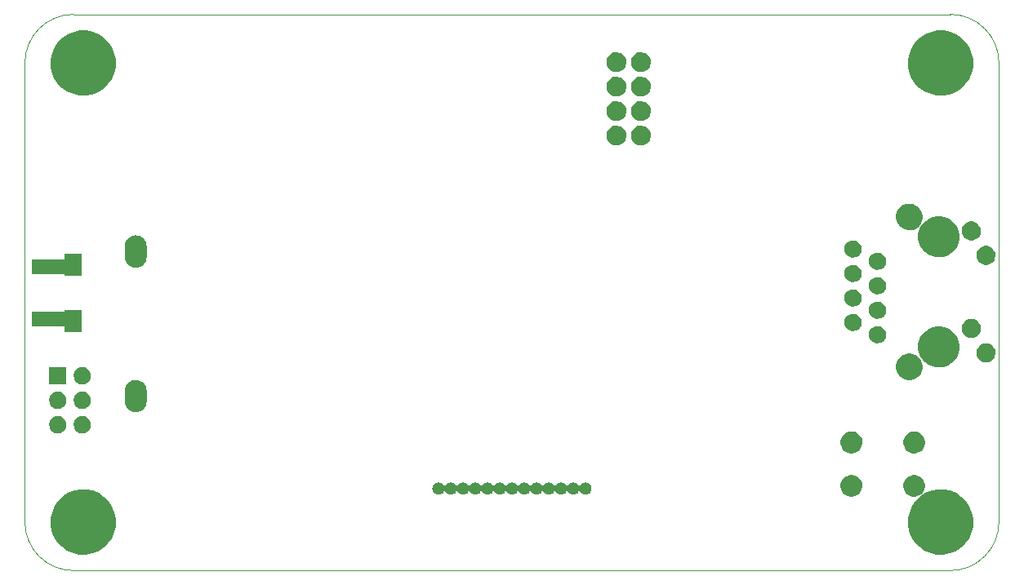
<source format=gbs>
G04 #@! TF.FileFunction,Soldermask,Bot*
%FSLAX46Y46*%
G04 Gerber Fmt 4.6, Leading zero omitted, Abs format (unit mm)*
G04 Created by KiCad (PCBNEW (2015-01-16 BZR 5376)-product) date 17/05/2015 14:23:26*
%MOMM*%
G01*
G04 APERTURE LIST*
%ADD10C,0.150000*%
%ADD11C,0.100000*%
G04 APERTURE END LIST*
D10*
D11*
X89249784Y-123120874D02*
X89249784Y-75495874D01*
X89249784Y-123120874D02*
G75*
G03X94298222Y-128169312I5048438J0D01*
G01*
X185201346Y-128169312D02*
X94298222Y-128169312D01*
X185201346Y-128169312D02*
G75*
G03X190249784Y-123120874I0J5048438D01*
G01*
X190249784Y-75495874D02*
X190249784Y-123120874D01*
X190249784Y-75495874D02*
G75*
G03X185201346Y-70447436I-5048438J0D01*
G01*
X94298222Y-70447436D02*
X185201346Y-70447436D01*
X94298222Y-70447436D02*
G75*
G03X89249784Y-75495874I0J-5048438D01*
G01*
D10*
G36*
X93550940Y-108841740D02*
X91766940Y-108841740D01*
X91766940Y-107057740D01*
X93550940Y-107057740D01*
X93550940Y-108841740D01*
X93550940Y-108841740D01*
G37*
G36*
X93550978Y-110402275D02*
X93548188Y-110602078D01*
X93548112Y-110602411D01*
X93548112Y-110602424D01*
X93509436Y-110772660D01*
X93438283Y-110932471D01*
X93337452Y-111075410D01*
X93210765Y-111196051D01*
X93063071Y-111289780D01*
X92899977Y-111353041D01*
X92727707Y-111383416D01*
X92552815Y-111379753D01*
X92381960Y-111342188D01*
X92221666Y-111272157D01*
X92078016Y-111172318D01*
X91956502Y-111046486D01*
X91861740Y-110899446D01*
X91797344Y-110736801D01*
X91765765Y-110564739D01*
X91768208Y-110389827D01*
X91804577Y-110218722D01*
X91873491Y-110057935D01*
X91972321Y-109913598D01*
X92097305Y-109791203D01*
X92243679Y-109695419D01*
X92405872Y-109629889D01*
X92577701Y-109597111D01*
X92752630Y-109598332D01*
X92923990Y-109633508D01*
X93085249Y-109701295D01*
X93230274Y-109799115D01*
X93353538Y-109923243D01*
X93450344Y-110068947D01*
X93517001Y-110230672D01*
X93517001Y-110230676D01*
X93550912Y-110401931D01*
X93550911Y-110401940D01*
X93550978Y-110402275D01*
X93550978Y-110402275D01*
G37*
G36*
X93550978Y-112942275D02*
X93548188Y-113142078D01*
X93548112Y-113142411D01*
X93548112Y-113142424D01*
X93509436Y-113312660D01*
X93438283Y-113472471D01*
X93337452Y-113615410D01*
X93210765Y-113736051D01*
X93063071Y-113829780D01*
X92899977Y-113893041D01*
X92727707Y-113923416D01*
X92552815Y-113919753D01*
X92381960Y-113882188D01*
X92221666Y-113812157D01*
X92078016Y-113712318D01*
X91956502Y-113586486D01*
X91861740Y-113439446D01*
X91797344Y-113276801D01*
X91765765Y-113104739D01*
X91768208Y-112929827D01*
X91804577Y-112758722D01*
X91873491Y-112597935D01*
X91972321Y-112453598D01*
X92097305Y-112331203D01*
X92243679Y-112235419D01*
X92405872Y-112169889D01*
X92577701Y-112137111D01*
X92752630Y-112138332D01*
X92923990Y-112173508D01*
X93085249Y-112241295D01*
X93230274Y-112339115D01*
X93353538Y-112463243D01*
X93450344Y-112608947D01*
X93517001Y-112770672D01*
X93517001Y-112770676D01*
X93550912Y-112941931D01*
X93550911Y-112941940D01*
X93550978Y-112942275D01*
X93550978Y-112942275D01*
G37*
G36*
X95118670Y-97579560D02*
X93398670Y-97579560D01*
X93398670Y-97454560D01*
X93394729Y-97435103D01*
X93383526Y-97418713D01*
X93366829Y-97407974D01*
X93348670Y-97404560D01*
X89998670Y-97404560D01*
X89998670Y-95844560D01*
X93348670Y-95844560D01*
X93368127Y-95840619D01*
X93384517Y-95829416D01*
X93395256Y-95812719D01*
X93398670Y-95794560D01*
X93398670Y-95319560D01*
X95118670Y-95319560D01*
X95118670Y-97579560D01*
X95118670Y-97579560D01*
G37*
G36*
X95118670Y-103379560D02*
X93398670Y-103379560D01*
X93398670Y-102904560D01*
X93394729Y-102885103D01*
X93383526Y-102868713D01*
X93366829Y-102857974D01*
X93348670Y-102854560D01*
X89998670Y-102854560D01*
X89998670Y-101294560D01*
X93348670Y-101294560D01*
X93368127Y-101290619D01*
X93384517Y-101279416D01*
X93395256Y-101262719D01*
X93398670Y-101244560D01*
X93398670Y-101119560D01*
X95118670Y-101119560D01*
X95118670Y-103379560D01*
X95118670Y-103379560D01*
G37*
G36*
X96090978Y-107862275D02*
X96088188Y-108062078D01*
X96088112Y-108062411D01*
X96088112Y-108062424D01*
X96049436Y-108232660D01*
X95978283Y-108392471D01*
X95877452Y-108535410D01*
X95750765Y-108656051D01*
X95603071Y-108749780D01*
X95439977Y-108813041D01*
X95267707Y-108843416D01*
X95092815Y-108839753D01*
X94921960Y-108802188D01*
X94761666Y-108732157D01*
X94618016Y-108632318D01*
X94496502Y-108506486D01*
X94401740Y-108359446D01*
X94337344Y-108196801D01*
X94305765Y-108024739D01*
X94308208Y-107849827D01*
X94344577Y-107678722D01*
X94413491Y-107517935D01*
X94512321Y-107373598D01*
X94637305Y-107251203D01*
X94783679Y-107155419D01*
X94945872Y-107089889D01*
X95117701Y-107057111D01*
X95292630Y-107058332D01*
X95463990Y-107093508D01*
X95625249Y-107161295D01*
X95770274Y-107259115D01*
X95893538Y-107383243D01*
X95990344Y-107528947D01*
X96057001Y-107690672D01*
X96057001Y-107690676D01*
X96090912Y-107861931D01*
X96090911Y-107861940D01*
X96090978Y-107862275D01*
X96090978Y-107862275D01*
G37*
G36*
X96090978Y-110402275D02*
X96088188Y-110602078D01*
X96088112Y-110602411D01*
X96088112Y-110602424D01*
X96049436Y-110772660D01*
X95978283Y-110932471D01*
X95877452Y-111075410D01*
X95750765Y-111196051D01*
X95603071Y-111289780D01*
X95439977Y-111353041D01*
X95267707Y-111383416D01*
X95092815Y-111379753D01*
X94921960Y-111342188D01*
X94761666Y-111272157D01*
X94618016Y-111172318D01*
X94496502Y-111046486D01*
X94401740Y-110899446D01*
X94337344Y-110736801D01*
X94305765Y-110564739D01*
X94308208Y-110389827D01*
X94344577Y-110218722D01*
X94413491Y-110057935D01*
X94512321Y-109913598D01*
X94637305Y-109791203D01*
X94783679Y-109695419D01*
X94945872Y-109629889D01*
X95117701Y-109597111D01*
X95292630Y-109598332D01*
X95463990Y-109633508D01*
X95625249Y-109701295D01*
X95770274Y-109799115D01*
X95893538Y-109923243D01*
X95990344Y-110068947D01*
X96057001Y-110230672D01*
X96057001Y-110230676D01*
X96090912Y-110401931D01*
X96090911Y-110401940D01*
X96090978Y-110402275D01*
X96090978Y-110402275D01*
G37*
G36*
X96090978Y-112942275D02*
X96088188Y-113142078D01*
X96088112Y-113142411D01*
X96088112Y-113142424D01*
X96049436Y-113312660D01*
X95978283Y-113472471D01*
X95877452Y-113615410D01*
X95750765Y-113736051D01*
X95603071Y-113829780D01*
X95439977Y-113893041D01*
X95267707Y-113923416D01*
X95092815Y-113919753D01*
X94921960Y-113882188D01*
X94761666Y-113812157D01*
X94618016Y-113712318D01*
X94496502Y-113586486D01*
X94401740Y-113439446D01*
X94337344Y-113276801D01*
X94305765Y-113104739D01*
X94308208Y-112929827D01*
X94344577Y-112758722D01*
X94413491Y-112597935D01*
X94512321Y-112453598D01*
X94637305Y-112331203D01*
X94783679Y-112235419D01*
X94945872Y-112169889D01*
X95117701Y-112137111D01*
X95292630Y-112138332D01*
X95463990Y-112173508D01*
X95625249Y-112241295D01*
X95770274Y-112339115D01*
X95893538Y-112463243D01*
X95990344Y-112608947D01*
X96057001Y-112770672D01*
X96057001Y-112770676D01*
X96090912Y-112941931D01*
X96090911Y-112941940D01*
X96090978Y-112942275D01*
X96090978Y-112942275D01*
G37*
G36*
X98680153Y-75166092D02*
X98669581Y-75923194D01*
X98669505Y-75923527D01*
X98669505Y-75923540D01*
X98522730Y-76569573D01*
X98253123Y-77175120D01*
X97871034Y-77716766D01*
X97391010Y-78173886D01*
X96831350Y-78529057D01*
X96213355Y-78768762D01*
X95560575Y-78883864D01*
X94897868Y-78869983D01*
X94250472Y-78727644D01*
X93643063Y-78462273D01*
X93098763Y-78083974D01*
X92638304Y-77607155D01*
X92279234Y-77049988D01*
X92035221Y-76433683D01*
X91915563Y-75781715D01*
X91924818Y-75118929D01*
X92062632Y-74470564D01*
X92323759Y-73861311D01*
X92698248Y-73314383D01*
X93171840Y-72850607D01*
X93726490Y-72487654D01*
X94341076Y-72239345D01*
X94992184Y-72115140D01*
X95655023Y-72119768D01*
X96304339Y-72253053D01*
X96915395Y-72509918D01*
X97464926Y-72880580D01*
X97931997Y-73350923D01*
X98298814Y-73903026D01*
X98551406Y-74515861D01*
X98680087Y-75165748D01*
X98680086Y-75165757D01*
X98680153Y-75166092D01*
X98680153Y-75166092D01*
G37*
G36*
X98680153Y-122791092D02*
X98669581Y-123548194D01*
X98669505Y-123548527D01*
X98669505Y-123548540D01*
X98522730Y-124194573D01*
X98253123Y-124800120D01*
X97871034Y-125341766D01*
X97391010Y-125798886D01*
X96831350Y-126154057D01*
X96213355Y-126393762D01*
X95560575Y-126508864D01*
X94897868Y-126494983D01*
X94250472Y-126352644D01*
X93643063Y-126087273D01*
X93098763Y-125708974D01*
X92638304Y-125232155D01*
X92279234Y-124674988D01*
X92035221Y-124058683D01*
X91915563Y-123406715D01*
X91924818Y-122743929D01*
X92062632Y-122095564D01*
X92323759Y-121486311D01*
X92698248Y-120939383D01*
X93171840Y-120475607D01*
X93726490Y-120112654D01*
X94341076Y-119864345D01*
X94992184Y-119740140D01*
X95655023Y-119744768D01*
X96304339Y-119878053D01*
X96915395Y-120134918D01*
X97464926Y-120505580D01*
X97931997Y-120975923D01*
X98298814Y-121528026D01*
X98551406Y-122140861D01*
X98680087Y-122790748D01*
X98680086Y-122790757D01*
X98680153Y-122791092D01*
X98680153Y-122791092D01*
G37*
G36*
X101880000Y-95618165D02*
X101879932Y-95627844D01*
X101879904Y-95631883D01*
X101879890Y-95633906D01*
X101855307Y-95853069D01*
X101788623Y-96063283D01*
X101682378Y-96256542D01*
X101540620Y-96425483D01*
X101368746Y-96563673D01*
X101173305Y-96665847D01*
X100961741Y-96728114D01*
X100961702Y-96728117D01*
X100961694Y-96728120D01*
X100742113Y-96748104D01*
X100522831Y-96725057D01*
X100522817Y-96725052D01*
X100522782Y-96725049D01*
X100312107Y-96659834D01*
X100118112Y-96554941D01*
X99948185Y-96414366D01*
X99808799Y-96243461D01*
X99705263Y-96048739D01*
X99641521Y-95837614D01*
X99620000Y-95618129D01*
X99620000Y-95615930D01*
X99620000Y-94501871D01*
X99620000Y-94501835D01*
X99620067Y-94492155D01*
X99620110Y-94486094D01*
X99644693Y-94266931D01*
X99711377Y-94056717D01*
X99817622Y-93863458D01*
X99959380Y-93694517D01*
X100131254Y-93556327D01*
X100326695Y-93454153D01*
X100538259Y-93391886D01*
X100538297Y-93391882D01*
X100538306Y-93391880D01*
X100757887Y-93371896D01*
X100977169Y-93394943D01*
X100977182Y-93394947D01*
X100977218Y-93394951D01*
X101187893Y-93460166D01*
X101381888Y-93565059D01*
X101551815Y-93705634D01*
X101691201Y-93876539D01*
X101794737Y-94071261D01*
X101858479Y-94282386D01*
X101880000Y-94501871D01*
X101880000Y-94504070D01*
X101880000Y-95618129D01*
X101880000Y-95618165D01*
X101880000Y-95618165D01*
G37*
G36*
X101880000Y-110618165D02*
X101879932Y-110627844D01*
X101879904Y-110631883D01*
X101879890Y-110633906D01*
X101855307Y-110853069D01*
X101788623Y-111063283D01*
X101682378Y-111256542D01*
X101540620Y-111425483D01*
X101368746Y-111563673D01*
X101173305Y-111665847D01*
X100961741Y-111728114D01*
X100961702Y-111728117D01*
X100961694Y-111728120D01*
X100742113Y-111748104D01*
X100522831Y-111725057D01*
X100522817Y-111725052D01*
X100522782Y-111725049D01*
X100312107Y-111659834D01*
X100118112Y-111554941D01*
X99948185Y-111414366D01*
X99808799Y-111243461D01*
X99705263Y-111048739D01*
X99641521Y-110837614D01*
X99620000Y-110618129D01*
X99620000Y-110615930D01*
X99620000Y-109501871D01*
X99620000Y-109501835D01*
X99620067Y-109492155D01*
X99620110Y-109486094D01*
X99644693Y-109266931D01*
X99711377Y-109056717D01*
X99817622Y-108863458D01*
X99959380Y-108694517D01*
X100131254Y-108556327D01*
X100326695Y-108454153D01*
X100538259Y-108391886D01*
X100538297Y-108391882D01*
X100538306Y-108391880D01*
X100757887Y-108371896D01*
X100977169Y-108394943D01*
X100977182Y-108394947D01*
X100977218Y-108394951D01*
X101187893Y-108460166D01*
X101381888Y-108565059D01*
X101551815Y-108705634D01*
X101691201Y-108876539D01*
X101794737Y-109071261D01*
X101858479Y-109282386D01*
X101880000Y-109501871D01*
X101880000Y-109504070D01*
X101880000Y-110618129D01*
X101880000Y-110618165D01*
X101880000Y-110618165D01*
G37*
G36*
X148000027Y-119598225D02*
X147998056Y-119739342D01*
X147997980Y-119739675D01*
X147997980Y-119739687D01*
X147970686Y-119859821D01*
X147920434Y-119972690D01*
X147849217Y-120073647D01*
X147759741Y-120158853D01*
X147655429Y-120225051D01*
X147540239Y-120269731D01*
X147418569Y-120291184D01*
X147295047Y-120288597D01*
X147174373Y-120262065D01*
X147061164Y-120212606D01*
X146959705Y-120142090D01*
X146873881Y-120053216D01*
X146806957Y-119949370D01*
X146781955Y-119886224D01*
X146771127Y-119869584D01*
X146754678Y-119858469D01*
X146735199Y-119854632D01*
X146715763Y-119858677D01*
X146699433Y-119869966D01*
X146689788Y-119884295D01*
X146650433Y-119972692D01*
X146579217Y-120073647D01*
X146489741Y-120158853D01*
X146385429Y-120225051D01*
X146270239Y-120269731D01*
X146148569Y-120291184D01*
X146025047Y-120288597D01*
X145904373Y-120262065D01*
X145791164Y-120212606D01*
X145689705Y-120142090D01*
X145603881Y-120053216D01*
X145536957Y-119949370D01*
X145511955Y-119886224D01*
X145501127Y-119869584D01*
X145484678Y-119858469D01*
X145465199Y-119854632D01*
X145445763Y-119858677D01*
X145429433Y-119869966D01*
X145419788Y-119884295D01*
X145380433Y-119972692D01*
X145309217Y-120073647D01*
X145219741Y-120158853D01*
X145115429Y-120225051D01*
X145000239Y-120269731D01*
X144878569Y-120291184D01*
X144755047Y-120288597D01*
X144634373Y-120262065D01*
X144521164Y-120212606D01*
X144419705Y-120142090D01*
X144333881Y-120053216D01*
X144266957Y-119949370D01*
X144241955Y-119886224D01*
X144231127Y-119869584D01*
X144214678Y-119858469D01*
X144195199Y-119854632D01*
X144175763Y-119858677D01*
X144159433Y-119869966D01*
X144149788Y-119884295D01*
X144110433Y-119972692D01*
X144039217Y-120073647D01*
X143949741Y-120158853D01*
X143845429Y-120225051D01*
X143730239Y-120269731D01*
X143608569Y-120291184D01*
X143485047Y-120288597D01*
X143364373Y-120262065D01*
X143251164Y-120212606D01*
X143149705Y-120142090D01*
X143063881Y-120053216D01*
X142996957Y-119949370D01*
X142971955Y-119886224D01*
X142961127Y-119869584D01*
X142944678Y-119858469D01*
X142925199Y-119854632D01*
X142905763Y-119858677D01*
X142889433Y-119869966D01*
X142879788Y-119884295D01*
X142840433Y-119972692D01*
X142769217Y-120073647D01*
X142679741Y-120158853D01*
X142575429Y-120225051D01*
X142460239Y-120269731D01*
X142338569Y-120291184D01*
X142215047Y-120288597D01*
X142094373Y-120262065D01*
X141981164Y-120212606D01*
X141879705Y-120142090D01*
X141793881Y-120053216D01*
X141726957Y-119949370D01*
X141701955Y-119886224D01*
X141691127Y-119869584D01*
X141674678Y-119858469D01*
X141655199Y-119854632D01*
X141635763Y-119858677D01*
X141619433Y-119869966D01*
X141609788Y-119884295D01*
X141570433Y-119972692D01*
X141499217Y-120073647D01*
X141409741Y-120158853D01*
X141305429Y-120225051D01*
X141190239Y-120269731D01*
X141068569Y-120291184D01*
X140945047Y-120288597D01*
X140824373Y-120262065D01*
X140711164Y-120212606D01*
X140609705Y-120142090D01*
X140523881Y-120053216D01*
X140456957Y-119949370D01*
X140431955Y-119886224D01*
X140421127Y-119869584D01*
X140404678Y-119858469D01*
X140385199Y-119854632D01*
X140365763Y-119858677D01*
X140349433Y-119869966D01*
X140339788Y-119884295D01*
X140300433Y-119972692D01*
X140229217Y-120073647D01*
X140139741Y-120158853D01*
X140035429Y-120225051D01*
X139920239Y-120269731D01*
X139798569Y-120291184D01*
X139675047Y-120288597D01*
X139554373Y-120262065D01*
X139441164Y-120212606D01*
X139339705Y-120142090D01*
X139253881Y-120053216D01*
X139186957Y-119949370D01*
X139161955Y-119886224D01*
X139151127Y-119869584D01*
X139134678Y-119858469D01*
X139115199Y-119854632D01*
X139095763Y-119858677D01*
X139079433Y-119869966D01*
X139069788Y-119884295D01*
X139030433Y-119972692D01*
X138959217Y-120073647D01*
X138869741Y-120158853D01*
X138765429Y-120225051D01*
X138650239Y-120269731D01*
X138528569Y-120291184D01*
X138405047Y-120288597D01*
X138284373Y-120262065D01*
X138171164Y-120212606D01*
X138069705Y-120142090D01*
X137983881Y-120053216D01*
X137916957Y-119949370D01*
X137891955Y-119886224D01*
X137881127Y-119869584D01*
X137864678Y-119858469D01*
X137845199Y-119854632D01*
X137825763Y-119858677D01*
X137809433Y-119869966D01*
X137799788Y-119884295D01*
X137760433Y-119972692D01*
X137689217Y-120073647D01*
X137599741Y-120158853D01*
X137495429Y-120225051D01*
X137380239Y-120269731D01*
X137258569Y-120291184D01*
X137135047Y-120288597D01*
X137014373Y-120262065D01*
X136901164Y-120212606D01*
X136799705Y-120142090D01*
X136713881Y-120053216D01*
X136646957Y-119949370D01*
X136621955Y-119886224D01*
X136611127Y-119869584D01*
X136594678Y-119858469D01*
X136575199Y-119854632D01*
X136555763Y-119858677D01*
X136539433Y-119869966D01*
X136529788Y-119884295D01*
X136490433Y-119972692D01*
X136419217Y-120073647D01*
X136329741Y-120158853D01*
X136225429Y-120225051D01*
X136110239Y-120269731D01*
X135988569Y-120291184D01*
X135865047Y-120288597D01*
X135744373Y-120262065D01*
X135631164Y-120212606D01*
X135529705Y-120142090D01*
X135443881Y-120053216D01*
X135376957Y-119949370D01*
X135351955Y-119886224D01*
X135341127Y-119869584D01*
X135324678Y-119858469D01*
X135305199Y-119854632D01*
X135285763Y-119858677D01*
X135269433Y-119869966D01*
X135259788Y-119884295D01*
X135220433Y-119972692D01*
X135149217Y-120073647D01*
X135059741Y-120158853D01*
X134955429Y-120225051D01*
X134840239Y-120269731D01*
X134718569Y-120291184D01*
X134595047Y-120288597D01*
X134474373Y-120262065D01*
X134361164Y-120212606D01*
X134259705Y-120142090D01*
X134173881Y-120053216D01*
X134106957Y-119949370D01*
X134081955Y-119886224D01*
X134071127Y-119869584D01*
X134054678Y-119858469D01*
X134035199Y-119854632D01*
X134015763Y-119858677D01*
X133999433Y-119869966D01*
X133989788Y-119884295D01*
X133950433Y-119972692D01*
X133879217Y-120073647D01*
X133789741Y-120158853D01*
X133685429Y-120225051D01*
X133570239Y-120269731D01*
X133448569Y-120291184D01*
X133325047Y-120288597D01*
X133204373Y-120262065D01*
X133091164Y-120212606D01*
X132989705Y-120142090D01*
X132903881Y-120053216D01*
X132836957Y-119949370D01*
X132811955Y-119886224D01*
X132801127Y-119869584D01*
X132784678Y-119858469D01*
X132765199Y-119854632D01*
X132745763Y-119858677D01*
X132729433Y-119869966D01*
X132719788Y-119884295D01*
X132680433Y-119972692D01*
X132609217Y-120073647D01*
X132519741Y-120158853D01*
X132415429Y-120225051D01*
X132300239Y-120269731D01*
X132178569Y-120291184D01*
X132055047Y-120288597D01*
X131934373Y-120262065D01*
X131821164Y-120212606D01*
X131719705Y-120142090D01*
X131633881Y-120053216D01*
X131566957Y-119949370D01*
X131521473Y-119834492D01*
X131499169Y-119712969D01*
X131500895Y-119589433D01*
X131526581Y-119468587D01*
X131575254Y-119355026D01*
X131645055Y-119253084D01*
X131733330Y-119166638D01*
X131836710Y-119098988D01*
X131951264Y-119052705D01*
X132072622Y-119029555D01*
X132196171Y-119030418D01*
X132317199Y-119055262D01*
X132431092Y-119103138D01*
X132533523Y-119172228D01*
X132620580Y-119259895D01*
X132688950Y-119362801D01*
X132718614Y-119434771D01*
X132729672Y-119451259D01*
X132746275Y-119462143D01*
X132765805Y-119465709D01*
X132785183Y-119461393D01*
X132801354Y-119449877D01*
X132810798Y-119435416D01*
X132845255Y-119355024D01*
X132915055Y-119253084D01*
X133003330Y-119166638D01*
X133106710Y-119098988D01*
X133221264Y-119052705D01*
X133342622Y-119029555D01*
X133466171Y-119030418D01*
X133587199Y-119055262D01*
X133701092Y-119103138D01*
X133803523Y-119172228D01*
X133890580Y-119259895D01*
X133958950Y-119362801D01*
X133988614Y-119434771D01*
X133999672Y-119451259D01*
X134016275Y-119462143D01*
X134035805Y-119465709D01*
X134055183Y-119461393D01*
X134071354Y-119449877D01*
X134080798Y-119435416D01*
X134115255Y-119355024D01*
X134185055Y-119253084D01*
X134273330Y-119166638D01*
X134376710Y-119098988D01*
X134491264Y-119052705D01*
X134612622Y-119029555D01*
X134736171Y-119030418D01*
X134857199Y-119055262D01*
X134971092Y-119103138D01*
X135073523Y-119172228D01*
X135160580Y-119259895D01*
X135228950Y-119362801D01*
X135258614Y-119434771D01*
X135269672Y-119451259D01*
X135286275Y-119462143D01*
X135305805Y-119465709D01*
X135325183Y-119461393D01*
X135341354Y-119449877D01*
X135350798Y-119435416D01*
X135385255Y-119355024D01*
X135455055Y-119253084D01*
X135543330Y-119166638D01*
X135646710Y-119098988D01*
X135761264Y-119052705D01*
X135882622Y-119029555D01*
X136006171Y-119030418D01*
X136127199Y-119055262D01*
X136241092Y-119103138D01*
X136343523Y-119172228D01*
X136430580Y-119259895D01*
X136498950Y-119362801D01*
X136528614Y-119434771D01*
X136539672Y-119451259D01*
X136556275Y-119462143D01*
X136575805Y-119465709D01*
X136595183Y-119461393D01*
X136611354Y-119449877D01*
X136620798Y-119435416D01*
X136655255Y-119355024D01*
X136725055Y-119253084D01*
X136813330Y-119166638D01*
X136916710Y-119098988D01*
X137031264Y-119052705D01*
X137152622Y-119029555D01*
X137276171Y-119030418D01*
X137397199Y-119055262D01*
X137511092Y-119103138D01*
X137613523Y-119172228D01*
X137700580Y-119259895D01*
X137768950Y-119362801D01*
X137798614Y-119434771D01*
X137809672Y-119451259D01*
X137826275Y-119462143D01*
X137845805Y-119465709D01*
X137865183Y-119461393D01*
X137881354Y-119449877D01*
X137890798Y-119435416D01*
X137925255Y-119355024D01*
X137995055Y-119253084D01*
X138083330Y-119166638D01*
X138186710Y-119098988D01*
X138301264Y-119052705D01*
X138422622Y-119029555D01*
X138546171Y-119030418D01*
X138667199Y-119055262D01*
X138781092Y-119103138D01*
X138883523Y-119172228D01*
X138970580Y-119259895D01*
X139038950Y-119362801D01*
X139068614Y-119434771D01*
X139079672Y-119451259D01*
X139096275Y-119462143D01*
X139115805Y-119465709D01*
X139135183Y-119461393D01*
X139151354Y-119449877D01*
X139160798Y-119435416D01*
X139195255Y-119355024D01*
X139265055Y-119253084D01*
X139353330Y-119166638D01*
X139456710Y-119098988D01*
X139571264Y-119052705D01*
X139692622Y-119029555D01*
X139816171Y-119030418D01*
X139937199Y-119055262D01*
X140051092Y-119103138D01*
X140153523Y-119172228D01*
X140240580Y-119259895D01*
X140308950Y-119362801D01*
X140338614Y-119434771D01*
X140349672Y-119451259D01*
X140366275Y-119462143D01*
X140385805Y-119465709D01*
X140405183Y-119461393D01*
X140421354Y-119449877D01*
X140430798Y-119435416D01*
X140465255Y-119355024D01*
X140535055Y-119253084D01*
X140623330Y-119166638D01*
X140726710Y-119098988D01*
X140841264Y-119052705D01*
X140962622Y-119029555D01*
X141086171Y-119030418D01*
X141207199Y-119055262D01*
X141321092Y-119103138D01*
X141423523Y-119172228D01*
X141510580Y-119259895D01*
X141578950Y-119362801D01*
X141608614Y-119434771D01*
X141619672Y-119451259D01*
X141636275Y-119462143D01*
X141655805Y-119465709D01*
X141675183Y-119461393D01*
X141691354Y-119449877D01*
X141700798Y-119435416D01*
X141735255Y-119355024D01*
X141805055Y-119253084D01*
X141893330Y-119166638D01*
X141996710Y-119098988D01*
X142111264Y-119052705D01*
X142232622Y-119029555D01*
X142356171Y-119030418D01*
X142477199Y-119055262D01*
X142591092Y-119103138D01*
X142693523Y-119172228D01*
X142780580Y-119259895D01*
X142848950Y-119362801D01*
X142878614Y-119434771D01*
X142889672Y-119451259D01*
X142906275Y-119462143D01*
X142925805Y-119465709D01*
X142945183Y-119461393D01*
X142961354Y-119449877D01*
X142970798Y-119435416D01*
X143005255Y-119355024D01*
X143075055Y-119253084D01*
X143163330Y-119166638D01*
X143266710Y-119098988D01*
X143381264Y-119052705D01*
X143502622Y-119029555D01*
X143626171Y-119030418D01*
X143747199Y-119055262D01*
X143861092Y-119103138D01*
X143963523Y-119172228D01*
X144050580Y-119259895D01*
X144118950Y-119362801D01*
X144148614Y-119434771D01*
X144159672Y-119451259D01*
X144176275Y-119462143D01*
X144195805Y-119465709D01*
X144215183Y-119461393D01*
X144231354Y-119449877D01*
X144240798Y-119435416D01*
X144275255Y-119355024D01*
X144345055Y-119253084D01*
X144433330Y-119166638D01*
X144536710Y-119098988D01*
X144651264Y-119052705D01*
X144772622Y-119029555D01*
X144896171Y-119030418D01*
X145017199Y-119055262D01*
X145131092Y-119103138D01*
X145233523Y-119172228D01*
X145320580Y-119259895D01*
X145388950Y-119362801D01*
X145418614Y-119434771D01*
X145429672Y-119451259D01*
X145446275Y-119462143D01*
X145465805Y-119465709D01*
X145485183Y-119461393D01*
X145501354Y-119449877D01*
X145510798Y-119435416D01*
X145545255Y-119355024D01*
X145615055Y-119253084D01*
X145703330Y-119166638D01*
X145806710Y-119098988D01*
X145921264Y-119052705D01*
X146042622Y-119029555D01*
X146166171Y-119030418D01*
X146287199Y-119055262D01*
X146401092Y-119103138D01*
X146503523Y-119172228D01*
X146590580Y-119259895D01*
X146658950Y-119362801D01*
X146688614Y-119434771D01*
X146699672Y-119451259D01*
X146716275Y-119462143D01*
X146735805Y-119465709D01*
X146755183Y-119461393D01*
X146771354Y-119449877D01*
X146780798Y-119435416D01*
X146815255Y-119355024D01*
X146885055Y-119253084D01*
X146973330Y-119166638D01*
X147076710Y-119098988D01*
X147191264Y-119052705D01*
X147312622Y-119029555D01*
X147436171Y-119030418D01*
X147557199Y-119055262D01*
X147671092Y-119103138D01*
X147773523Y-119172228D01*
X147860580Y-119259895D01*
X147928950Y-119362800D01*
X147976031Y-119477026D01*
X147999961Y-119597882D01*
X147999960Y-119597891D01*
X148000027Y-119598225D01*
X148000027Y-119598225D01*
G37*
G36*
X151616484Y-75309003D02*
X151613263Y-75539718D01*
X151613187Y-75540051D01*
X151613187Y-75540064D01*
X151568515Y-75736691D01*
X151486356Y-75921223D01*
X151369921Y-76086280D01*
X151223638Y-76225583D01*
X151053093Y-76333813D01*
X150864768Y-76406861D01*
X150665845Y-76441936D01*
X150463896Y-76437706D01*
X150266608Y-76394329D01*
X150081512Y-76313463D01*
X149915645Y-76198182D01*
X149775326Y-76052878D01*
X149665907Y-75883093D01*
X149591548Y-75695283D01*
X149555083Y-75496602D01*
X149557904Y-75294630D01*
X149599900Y-75097053D01*
X149679475Y-74911391D01*
X149793595Y-74744724D01*
X149937915Y-74603394D01*
X150106935Y-74492791D01*
X150294221Y-74417123D01*
X150492633Y-74379273D01*
X150694625Y-74380684D01*
X150892495Y-74421301D01*
X151078703Y-74499575D01*
X151246167Y-74612531D01*
X151388496Y-74755857D01*
X151500281Y-74924106D01*
X151577251Y-75110852D01*
X151616419Y-75308660D01*
X151616418Y-75308673D01*
X151616484Y-75309003D01*
X151616484Y-75309003D01*
G37*
G36*
X151616484Y-77849003D02*
X151613263Y-78079718D01*
X151613187Y-78080051D01*
X151613187Y-78080064D01*
X151568515Y-78276691D01*
X151486356Y-78461223D01*
X151369921Y-78626280D01*
X151223638Y-78765583D01*
X151053093Y-78873813D01*
X150864768Y-78946861D01*
X150665845Y-78981936D01*
X150463896Y-78977706D01*
X150266608Y-78934329D01*
X150081512Y-78853463D01*
X149915645Y-78738182D01*
X149775326Y-78592878D01*
X149665907Y-78423093D01*
X149591548Y-78235283D01*
X149555083Y-78036602D01*
X149557904Y-77834630D01*
X149599900Y-77637053D01*
X149679475Y-77451391D01*
X149793595Y-77284724D01*
X149937915Y-77143394D01*
X150106935Y-77032791D01*
X150294221Y-76957123D01*
X150492633Y-76919273D01*
X150694625Y-76920684D01*
X150892495Y-76961301D01*
X151078703Y-77039575D01*
X151246167Y-77152531D01*
X151388496Y-77295857D01*
X151500281Y-77464106D01*
X151577251Y-77650852D01*
X151616419Y-77848660D01*
X151616418Y-77848673D01*
X151616484Y-77849003D01*
X151616484Y-77849003D01*
G37*
G36*
X151616484Y-80389003D02*
X151613263Y-80619718D01*
X151613187Y-80620051D01*
X151613187Y-80620064D01*
X151568515Y-80816691D01*
X151486356Y-81001223D01*
X151369921Y-81166280D01*
X151223638Y-81305583D01*
X151053093Y-81413813D01*
X150864768Y-81486861D01*
X150665845Y-81521936D01*
X150463896Y-81517706D01*
X150266608Y-81474329D01*
X150081512Y-81393463D01*
X149915645Y-81278182D01*
X149775326Y-81132878D01*
X149665907Y-80963093D01*
X149591548Y-80775283D01*
X149555083Y-80576602D01*
X149557904Y-80374630D01*
X149599900Y-80177053D01*
X149679475Y-79991391D01*
X149793595Y-79824724D01*
X149937915Y-79683394D01*
X150106935Y-79572791D01*
X150294221Y-79497123D01*
X150492633Y-79459273D01*
X150694625Y-79460684D01*
X150892495Y-79501301D01*
X151078703Y-79579575D01*
X151246167Y-79692531D01*
X151388496Y-79835857D01*
X151500281Y-80004106D01*
X151577251Y-80190852D01*
X151616419Y-80388660D01*
X151616418Y-80388673D01*
X151616484Y-80389003D01*
X151616484Y-80389003D01*
G37*
G36*
X151616484Y-82929003D02*
X151613263Y-83159718D01*
X151613187Y-83160051D01*
X151613187Y-83160064D01*
X151568515Y-83356691D01*
X151486356Y-83541223D01*
X151369921Y-83706280D01*
X151223638Y-83845583D01*
X151053093Y-83953813D01*
X150864768Y-84026861D01*
X150665845Y-84061936D01*
X150463896Y-84057706D01*
X150266608Y-84014329D01*
X150081512Y-83933463D01*
X149915645Y-83818182D01*
X149775326Y-83672878D01*
X149665907Y-83503093D01*
X149591548Y-83315283D01*
X149555083Y-83116602D01*
X149557904Y-82914630D01*
X149599900Y-82717053D01*
X149679475Y-82531391D01*
X149793595Y-82364724D01*
X149937915Y-82223394D01*
X150106935Y-82112791D01*
X150294221Y-82037123D01*
X150492633Y-81999273D01*
X150694625Y-82000684D01*
X150892495Y-82041301D01*
X151078703Y-82119575D01*
X151246167Y-82232531D01*
X151388496Y-82375857D01*
X151500281Y-82544106D01*
X151577251Y-82730852D01*
X151616419Y-82928660D01*
X151616418Y-82928673D01*
X151616484Y-82929003D01*
X151616484Y-82929003D01*
G37*
G36*
X154156484Y-75309003D02*
X154153263Y-75539718D01*
X154153187Y-75540051D01*
X154153187Y-75540064D01*
X154108515Y-75736691D01*
X154026356Y-75921223D01*
X153909921Y-76086280D01*
X153763638Y-76225583D01*
X153593093Y-76333813D01*
X153404768Y-76406861D01*
X153205845Y-76441936D01*
X153003896Y-76437706D01*
X152806608Y-76394329D01*
X152621512Y-76313463D01*
X152455645Y-76198182D01*
X152315326Y-76052878D01*
X152205907Y-75883093D01*
X152131548Y-75695283D01*
X152095083Y-75496602D01*
X152097904Y-75294630D01*
X152139900Y-75097053D01*
X152219475Y-74911391D01*
X152333595Y-74744724D01*
X152477915Y-74603394D01*
X152646935Y-74492791D01*
X152834221Y-74417123D01*
X153032633Y-74379273D01*
X153234625Y-74380684D01*
X153432495Y-74421301D01*
X153618703Y-74499575D01*
X153786167Y-74612531D01*
X153928496Y-74755857D01*
X154040281Y-74924106D01*
X154117251Y-75110852D01*
X154156419Y-75308660D01*
X154156418Y-75308673D01*
X154156484Y-75309003D01*
X154156484Y-75309003D01*
G37*
G36*
X154156484Y-77849003D02*
X154153263Y-78079718D01*
X154153187Y-78080051D01*
X154153187Y-78080064D01*
X154108515Y-78276691D01*
X154026356Y-78461223D01*
X153909921Y-78626280D01*
X153763638Y-78765583D01*
X153593093Y-78873813D01*
X153404768Y-78946861D01*
X153205845Y-78981936D01*
X153003896Y-78977706D01*
X152806608Y-78934329D01*
X152621512Y-78853463D01*
X152455645Y-78738182D01*
X152315326Y-78592878D01*
X152205907Y-78423093D01*
X152131548Y-78235283D01*
X152095083Y-78036602D01*
X152097904Y-77834630D01*
X152139900Y-77637053D01*
X152219475Y-77451391D01*
X152333595Y-77284724D01*
X152477915Y-77143394D01*
X152646935Y-77032791D01*
X152834221Y-76957123D01*
X153032633Y-76919273D01*
X153234625Y-76920684D01*
X153432495Y-76961301D01*
X153618703Y-77039575D01*
X153786167Y-77152531D01*
X153928496Y-77295857D01*
X154040281Y-77464106D01*
X154117251Y-77650852D01*
X154156419Y-77848660D01*
X154156418Y-77848673D01*
X154156484Y-77849003D01*
X154156484Y-77849003D01*
G37*
G36*
X154156484Y-80389003D02*
X154153263Y-80619718D01*
X154153187Y-80620051D01*
X154153187Y-80620064D01*
X154108515Y-80816691D01*
X154026356Y-81001223D01*
X153909921Y-81166280D01*
X153763638Y-81305583D01*
X153593093Y-81413813D01*
X153404768Y-81486861D01*
X153205845Y-81521936D01*
X153003896Y-81517706D01*
X152806608Y-81474329D01*
X152621512Y-81393463D01*
X152455645Y-81278182D01*
X152315326Y-81132878D01*
X152205907Y-80963093D01*
X152131548Y-80775283D01*
X152095083Y-80576602D01*
X152097904Y-80374630D01*
X152139900Y-80177053D01*
X152219475Y-79991391D01*
X152333595Y-79824724D01*
X152477915Y-79683394D01*
X152646935Y-79572791D01*
X152834221Y-79497123D01*
X153032633Y-79459273D01*
X153234625Y-79460684D01*
X153432495Y-79501301D01*
X153618703Y-79579575D01*
X153786167Y-79692531D01*
X153928496Y-79835857D01*
X154040281Y-80004106D01*
X154117251Y-80190852D01*
X154156419Y-80388660D01*
X154156418Y-80388673D01*
X154156484Y-80389003D01*
X154156484Y-80389003D01*
G37*
G36*
X154156484Y-82929003D02*
X154153263Y-83159718D01*
X154153187Y-83160051D01*
X154153187Y-83160064D01*
X154108515Y-83356691D01*
X154026356Y-83541223D01*
X153909921Y-83706280D01*
X153763638Y-83845583D01*
X153593093Y-83953813D01*
X153404768Y-84026861D01*
X153205845Y-84061936D01*
X153003896Y-84057706D01*
X152806608Y-84014329D01*
X152621512Y-83933463D01*
X152455645Y-83818182D01*
X152315326Y-83672878D01*
X152205907Y-83503093D01*
X152131548Y-83315283D01*
X152095083Y-83116602D01*
X152097904Y-82914630D01*
X152139900Y-82717053D01*
X152219475Y-82531391D01*
X152333595Y-82364724D01*
X152477915Y-82223394D01*
X152646935Y-82112791D01*
X152834221Y-82037123D01*
X153032633Y-81999273D01*
X153234625Y-82000684D01*
X153432495Y-82041301D01*
X153618703Y-82119575D01*
X153786167Y-82232531D01*
X153928496Y-82375857D01*
X154040281Y-82544106D01*
X154117251Y-82730852D01*
X154156419Y-82928660D01*
X154156418Y-82928673D01*
X154156484Y-82929003D01*
X154156484Y-82929003D01*
G37*
G36*
X176002038Y-94715495D02*
X175999248Y-94915298D01*
X175999172Y-94915631D01*
X175999172Y-94915644D01*
X175960496Y-95085880D01*
X175889343Y-95245691D01*
X175788512Y-95388630D01*
X175661825Y-95509271D01*
X175514131Y-95603000D01*
X175351037Y-95666261D01*
X175178767Y-95696636D01*
X175003875Y-95692973D01*
X174833020Y-95655408D01*
X174672726Y-95585377D01*
X174529076Y-95485538D01*
X174407562Y-95359706D01*
X174312800Y-95212666D01*
X174248404Y-95050021D01*
X174216825Y-94877959D01*
X174219268Y-94703047D01*
X174255637Y-94531942D01*
X174324551Y-94371155D01*
X174423381Y-94226818D01*
X174548365Y-94104423D01*
X174694739Y-94008639D01*
X174856932Y-93943109D01*
X175028761Y-93910331D01*
X175203690Y-93911552D01*
X175375050Y-93946728D01*
X175536309Y-94014515D01*
X175681334Y-94112335D01*
X175804598Y-94236463D01*
X175901404Y-94382167D01*
X175968061Y-94543892D01*
X175968061Y-94543896D01*
X176001972Y-94715151D01*
X176001971Y-94715160D01*
X176002038Y-94715495D01*
X176002038Y-94715495D01*
G37*
G36*
X176002038Y-97255495D02*
X175999248Y-97455298D01*
X175999172Y-97455631D01*
X175999172Y-97455644D01*
X175960496Y-97625880D01*
X175889343Y-97785691D01*
X175788512Y-97928630D01*
X175661825Y-98049271D01*
X175514131Y-98143000D01*
X175351037Y-98206261D01*
X175178767Y-98236636D01*
X175003875Y-98232973D01*
X174833020Y-98195408D01*
X174672726Y-98125377D01*
X174529076Y-98025538D01*
X174407562Y-97899706D01*
X174312800Y-97752666D01*
X174248404Y-97590021D01*
X174216825Y-97417959D01*
X174219268Y-97243047D01*
X174255637Y-97071942D01*
X174324551Y-96911155D01*
X174423381Y-96766818D01*
X174548365Y-96644423D01*
X174694739Y-96548639D01*
X174856932Y-96483109D01*
X175028761Y-96450331D01*
X175203690Y-96451552D01*
X175375050Y-96486728D01*
X175536309Y-96554515D01*
X175681334Y-96652335D01*
X175804598Y-96776463D01*
X175901404Y-96922167D01*
X175968061Y-97083892D01*
X175968061Y-97083896D01*
X176001972Y-97255151D01*
X176001971Y-97255160D01*
X176002038Y-97255495D01*
X176002038Y-97255495D01*
G37*
G36*
X176002038Y-99795495D02*
X175999248Y-99995298D01*
X175999172Y-99995631D01*
X175999172Y-99995644D01*
X175960496Y-100165880D01*
X175889343Y-100325691D01*
X175788512Y-100468630D01*
X175661825Y-100589271D01*
X175514131Y-100683000D01*
X175351037Y-100746261D01*
X175178767Y-100776636D01*
X175003875Y-100772973D01*
X174833020Y-100735408D01*
X174672726Y-100665377D01*
X174529076Y-100565538D01*
X174407562Y-100439706D01*
X174312800Y-100292666D01*
X174248404Y-100130021D01*
X174216825Y-99957959D01*
X174219268Y-99783047D01*
X174255637Y-99611942D01*
X174324551Y-99451155D01*
X174423381Y-99306818D01*
X174548365Y-99184423D01*
X174694739Y-99088639D01*
X174856932Y-99023109D01*
X175028761Y-98990331D01*
X175203690Y-98991552D01*
X175375050Y-99026728D01*
X175536309Y-99094515D01*
X175681334Y-99192335D01*
X175804598Y-99316463D01*
X175901404Y-99462167D01*
X175968061Y-99623892D01*
X175968061Y-99623896D01*
X176001972Y-99795151D01*
X176001971Y-99795160D01*
X176002038Y-99795495D01*
X176002038Y-99795495D01*
G37*
G36*
X176002038Y-102335495D02*
X175999248Y-102535298D01*
X175999172Y-102535631D01*
X175999172Y-102535644D01*
X175960496Y-102705880D01*
X175889343Y-102865691D01*
X175788512Y-103008630D01*
X175661825Y-103129271D01*
X175514131Y-103223000D01*
X175351037Y-103286261D01*
X175178767Y-103316636D01*
X175003875Y-103312973D01*
X174833020Y-103275408D01*
X174672726Y-103205377D01*
X174529076Y-103105538D01*
X174407562Y-102979706D01*
X174312800Y-102832666D01*
X174248404Y-102670021D01*
X174216825Y-102497959D01*
X174219268Y-102323047D01*
X174255637Y-102151942D01*
X174324551Y-101991155D01*
X174423381Y-101846818D01*
X174548365Y-101724423D01*
X174694739Y-101628639D01*
X174856932Y-101563109D01*
X175028761Y-101530331D01*
X175203690Y-101531552D01*
X175375050Y-101566728D01*
X175536309Y-101634515D01*
X175681334Y-101732335D01*
X175804598Y-101856463D01*
X175901404Y-102002167D01*
X175968061Y-102163892D01*
X175968061Y-102163896D01*
X176001972Y-102335151D01*
X176001971Y-102335160D01*
X176002038Y-102335495D01*
X176002038Y-102335495D01*
G37*
G36*
X176080849Y-114763158D02*
X176077314Y-115016272D01*
X176077238Y-115016605D01*
X176077238Y-115016618D01*
X176028222Y-115232368D01*
X175938086Y-115434816D01*
X175810347Y-115615898D01*
X175649862Y-115768725D01*
X175462759Y-115887464D01*
X175256150Y-115967603D01*
X175037915Y-116006083D01*
X174816358Y-116001443D01*
X174599918Y-115953855D01*
X174396852Y-115865138D01*
X174214877Y-115738662D01*
X174060940Y-115579255D01*
X173940894Y-115392982D01*
X173859316Y-115186940D01*
X173819311Y-114968971D01*
X173822406Y-114747389D01*
X173868479Y-114530630D01*
X173955780Y-114326943D01*
X174080979Y-114144094D01*
X174239312Y-113989043D01*
X174424741Y-113867702D01*
X174630210Y-113784687D01*
X174847886Y-113743163D01*
X175069488Y-113744710D01*
X175286569Y-113789271D01*
X175490855Y-113875145D01*
X175674575Y-113999065D01*
X175830727Y-114156312D01*
X175953363Y-114340892D01*
X176037806Y-114545769D01*
X176037806Y-114545774D01*
X176080783Y-114762814D01*
X176080782Y-114762823D01*
X176080849Y-114763158D01*
X176080849Y-114763158D01*
G37*
G36*
X176080849Y-119263158D02*
X176077314Y-119516272D01*
X176077238Y-119516605D01*
X176077238Y-119516618D01*
X176028222Y-119732368D01*
X175938086Y-119934816D01*
X175810347Y-120115898D01*
X175649862Y-120268725D01*
X175462759Y-120387464D01*
X175256150Y-120467603D01*
X175037915Y-120506083D01*
X174816358Y-120501443D01*
X174599918Y-120453855D01*
X174396852Y-120365138D01*
X174214877Y-120238662D01*
X174060940Y-120079255D01*
X173940894Y-119892982D01*
X173859316Y-119686940D01*
X173819311Y-119468971D01*
X173822406Y-119247389D01*
X173868479Y-119030630D01*
X173955780Y-118826943D01*
X174080979Y-118644094D01*
X174239312Y-118489043D01*
X174424741Y-118367702D01*
X174630210Y-118284687D01*
X174847886Y-118243163D01*
X175069488Y-118244710D01*
X175286569Y-118289271D01*
X175490855Y-118375145D01*
X175674575Y-118499065D01*
X175830727Y-118656312D01*
X175953363Y-118840892D01*
X176037806Y-119045769D01*
X176037806Y-119045774D01*
X176080783Y-119262814D01*
X176080782Y-119262823D01*
X176080849Y-119263158D01*
X176080849Y-119263158D01*
G37*
G36*
X178542038Y-95985495D02*
X178539248Y-96185298D01*
X178539172Y-96185631D01*
X178539172Y-96185644D01*
X178500496Y-96355880D01*
X178429343Y-96515691D01*
X178328512Y-96658630D01*
X178201825Y-96779271D01*
X178054131Y-96873000D01*
X177891037Y-96936261D01*
X177718767Y-96966636D01*
X177543875Y-96962973D01*
X177373020Y-96925408D01*
X177212726Y-96855377D01*
X177069076Y-96755538D01*
X176947562Y-96629706D01*
X176852800Y-96482666D01*
X176788404Y-96320021D01*
X176756825Y-96147959D01*
X176759268Y-95973047D01*
X176795637Y-95801942D01*
X176864551Y-95641155D01*
X176963381Y-95496818D01*
X177088365Y-95374423D01*
X177234739Y-95278639D01*
X177396932Y-95213109D01*
X177568761Y-95180331D01*
X177743690Y-95181552D01*
X177915050Y-95216728D01*
X178076309Y-95284515D01*
X178221334Y-95382335D01*
X178344598Y-95506463D01*
X178441404Y-95652167D01*
X178508061Y-95813892D01*
X178508061Y-95813896D01*
X178541972Y-95985151D01*
X178541971Y-95985160D01*
X178542038Y-95985495D01*
X178542038Y-95985495D01*
G37*
G36*
X178542038Y-98525495D02*
X178539248Y-98725298D01*
X178539172Y-98725631D01*
X178539172Y-98725644D01*
X178500496Y-98895880D01*
X178429343Y-99055691D01*
X178328512Y-99198630D01*
X178201825Y-99319271D01*
X178054131Y-99413000D01*
X177891037Y-99476261D01*
X177718767Y-99506636D01*
X177543875Y-99502973D01*
X177373020Y-99465408D01*
X177212726Y-99395377D01*
X177069076Y-99295538D01*
X176947562Y-99169706D01*
X176852800Y-99022666D01*
X176788404Y-98860021D01*
X176756825Y-98687959D01*
X176759268Y-98513047D01*
X176795637Y-98341942D01*
X176864551Y-98181155D01*
X176963381Y-98036818D01*
X177088365Y-97914423D01*
X177234739Y-97818639D01*
X177396932Y-97753109D01*
X177568761Y-97720331D01*
X177743690Y-97721552D01*
X177915050Y-97756728D01*
X178076309Y-97824515D01*
X178221334Y-97922335D01*
X178344598Y-98046463D01*
X178441404Y-98192167D01*
X178508061Y-98353892D01*
X178508061Y-98353896D01*
X178541972Y-98525151D01*
X178541971Y-98525160D01*
X178542038Y-98525495D01*
X178542038Y-98525495D01*
G37*
G36*
X178542038Y-101065495D02*
X178539248Y-101265298D01*
X178539172Y-101265631D01*
X178539172Y-101265644D01*
X178500496Y-101435880D01*
X178429343Y-101595691D01*
X178328512Y-101738630D01*
X178201825Y-101859271D01*
X178054131Y-101953000D01*
X177891037Y-102016261D01*
X177718767Y-102046636D01*
X177543875Y-102042973D01*
X177373020Y-102005408D01*
X177212726Y-101935377D01*
X177069076Y-101835538D01*
X176947562Y-101709706D01*
X176852800Y-101562666D01*
X176788404Y-101400021D01*
X176756825Y-101227959D01*
X176759268Y-101053047D01*
X176795637Y-100881942D01*
X176864551Y-100721155D01*
X176963381Y-100576818D01*
X177088365Y-100454423D01*
X177234739Y-100358639D01*
X177396932Y-100293109D01*
X177568761Y-100260331D01*
X177743690Y-100261552D01*
X177915050Y-100296728D01*
X178076309Y-100364515D01*
X178221334Y-100462335D01*
X178344598Y-100586463D01*
X178441404Y-100732167D01*
X178508061Y-100893892D01*
X178508061Y-100893896D01*
X178541972Y-101065151D01*
X178541971Y-101065160D01*
X178542038Y-101065495D01*
X178542038Y-101065495D01*
G37*
G36*
X178542038Y-103605495D02*
X178539248Y-103805298D01*
X178539172Y-103805631D01*
X178539172Y-103805644D01*
X178500496Y-103975880D01*
X178429343Y-104135691D01*
X178328512Y-104278630D01*
X178201825Y-104399271D01*
X178054131Y-104493000D01*
X177891037Y-104556261D01*
X177718767Y-104586636D01*
X177543875Y-104582973D01*
X177373020Y-104545408D01*
X177212726Y-104475377D01*
X177069076Y-104375538D01*
X176947562Y-104249706D01*
X176852800Y-104102666D01*
X176788404Y-103940021D01*
X176756825Y-103767959D01*
X176759268Y-103593047D01*
X176795637Y-103421942D01*
X176864551Y-103261155D01*
X176963381Y-103116818D01*
X177088365Y-102994423D01*
X177234739Y-102898639D01*
X177396932Y-102833109D01*
X177568761Y-102800331D01*
X177743690Y-102801552D01*
X177915050Y-102836728D01*
X178076309Y-102904515D01*
X178221334Y-103002335D01*
X178344598Y-103126463D01*
X178441404Y-103272167D01*
X178508061Y-103433892D01*
X178508061Y-103433896D01*
X178541972Y-103605151D01*
X178541971Y-103605160D01*
X178542038Y-103605495D01*
X178542038Y-103605495D01*
G37*
G36*
X182330059Y-91337644D02*
X182325743Y-91646757D01*
X182325666Y-91647095D01*
X182325666Y-91647103D01*
X182265788Y-91910662D01*
X182155711Y-92157898D01*
X181999711Y-92379043D01*
X181803722Y-92565681D01*
X181575224Y-92710690D01*
X181322905Y-92808559D01*
X181056387Y-92855552D01*
X180785814Y-92849885D01*
X180521489Y-92791769D01*
X180273495Y-92683423D01*
X180051266Y-92528970D01*
X179863267Y-92334291D01*
X179716666Y-92106811D01*
X179617039Y-91855183D01*
X179568183Y-91588991D01*
X179571963Y-91318387D01*
X179628229Y-91053672D01*
X179734844Y-90804922D01*
X179887742Y-90581620D01*
X180081103Y-90392266D01*
X180307557Y-90244079D01*
X180558483Y-90142699D01*
X180824318Y-90091988D01*
X181094947Y-90093878D01*
X181360054Y-90148296D01*
X181609536Y-90253169D01*
X181833902Y-90404505D01*
X182024600Y-90596540D01*
X182174366Y-90821954D01*
X182277495Y-91072164D01*
X182329993Y-91337300D01*
X182329992Y-91337309D01*
X182330059Y-91337644D01*
X182330059Y-91337644D01*
G37*
G36*
X182330059Y-106887644D02*
X182325743Y-107196757D01*
X182325666Y-107197095D01*
X182325666Y-107197103D01*
X182265788Y-107460662D01*
X182155711Y-107707898D01*
X181999711Y-107929043D01*
X181803722Y-108115681D01*
X181575224Y-108260690D01*
X181322905Y-108358559D01*
X181056387Y-108405552D01*
X180785814Y-108399885D01*
X180521489Y-108341769D01*
X180273495Y-108233423D01*
X180051266Y-108078970D01*
X179863267Y-107884291D01*
X179716666Y-107656811D01*
X179617039Y-107405183D01*
X179568183Y-107138991D01*
X179571963Y-106868387D01*
X179628229Y-106603672D01*
X179734844Y-106354922D01*
X179887742Y-106131620D01*
X180081103Y-105942266D01*
X180307557Y-105794079D01*
X180558483Y-105692699D01*
X180824318Y-105641988D01*
X181094947Y-105643878D01*
X181360054Y-105698296D01*
X181609536Y-105803169D01*
X181833902Y-105954505D01*
X182024600Y-106146540D01*
X182174366Y-106371954D01*
X182277495Y-106622164D01*
X182329993Y-106887300D01*
X182329992Y-106887309D01*
X182330059Y-106887644D01*
X182330059Y-106887644D01*
G37*
G36*
X182580849Y-114763158D02*
X182577314Y-115016272D01*
X182577238Y-115016605D01*
X182577238Y-115016618D01*
X182528222Y-115232368D01*
X182438086Y-115434816D01*
X182310347Y-115615898D01*
X182149862Y-115768725D01*
X181962759Y-115887464D01*
X181756150Y-115967603D01*
X181537915Y-116006083D01*
X181316358Y-116001443D01*
X181099918Y-115953855D01*
X180896852Y-115865138D01*
X180714877Y-115738662D01*
X180560940Y-115579255D01*
X180440894Y-115392982D01*
X180359316Y-115186940D01*
X180319311Y-114968971D01*
X180322406Y-114747389D01*
X180368479Y-114530630D01*
X180455780Y-114326943D01*
X180580979Y-114144094D01*
X180739312Y-113989043D01*
X180924741Y-113867702D01*
X181130210Y-113784687D01*
X181347886Y-113743163D01*
X181569488Y-113744710D01*
X181786569Y-113789271D01*
X181990855Y-113875145D01*
X182174575Y-113999065D01*
X182330727Y-114156312D01*
X182453363Y-114340892D01*
X182537806Y-114545769D01*
X182537806Y-114545774D01*
X182580783Y-114762814D01*
X182580782Y-114762823D01*
X182580849Y-114763158D01*
X182580849Y-114763158D01*
G37*
G36*
X182580849Y-119263158D02*
X182577314Y-119516272D01*
X182577238Y-119516605D01*
X182577238Y-119516618D01*
X182528222Y-119732368D01*
X182438086Y-119934816D01*
X182310347Y-120115898D01*
X182149862Y-120268725D01*
X181962759Y-120387464D01*
X181756150Y-120467603D01*
X181537915Y-120506083D01*
X181316358Y-120501443D01*
X181099918Y-120453855D01*
X180896852Y-120365138D01*
X180714877Y-120238662D01*
X180560940Y-120079255D01*
X180440894Y-119892982D01*
X180359316Y-119686940D01*
X180319311Y-119468971D01*
X180322406Y-119247389D01*
X180368479Y-119030630D01*
X180455780Y-118826943D01*
X180580979Y-118644094D01*
X180739312Y-118489043D01*
X180924741Y-118367702D01*
X181130210Y-118284687D01*
X181347886Y-118243163D01*
X181569488Y-118244710D01*
X181786569Y-118289271D01*
X181990855Y-118375145D01*
X182174575Y-118499065D01*
X182330727Y-118656312D01*
X182453363Y-118840892D01*
X182537806Y-119045769D01*
X182537806Y-119045774D01*
X182580783Y-119262814D01*
X182580782Y-119262823D01*
X182580849Y-119263158D01*
X182580849Y-119263158D01*
G37*
G36*
X186130091Y-93324103D02*
X186123429Y-93801211D01*
X186123353Y-93801544D01*
X186123353Y-93801557D01*
X186030888Y-94208544D01*
X185860987Y-94590147D01*
X185620204Y-94931480D01*
X185317702Y-95219548D01*
X184965018Y-95443368D01*
X184575571Y-95594426D01*
X184164205Y-95666960D01*
X183746581Y-95658213D01*
X183338604Y-95568513D01*
X182955830Y-95401283D01*
X182612824Y-95162887D01*
X182322653Y-94862406D01*
X182096376Y-94511293D01*
X181942604Y-94122911D01*
X181867198Y-93712053D01*
X181873031Y-93294381D01*
X181959877Y-92885797D01*
X182124434Y-92501858D01*
X182360429Y-92157197D01*
X182658876Y-91864935D01*
X183008404Y-91636211D01*
X183395702Y-91479732D01*
X183806015Y-91401460D01*
X184223723Y-91404377D01*
X184632908Y-91488371D01*
X185017981Y-91650241D01*
X185364283Y-91883824D01*
X185658621Y-92180224D01*
X185889782Y-92528149D01*
X186048957Y-92914339D01*
X186048957Y-92914344D01*
X186130025Y-93323759D01*
X186130024Y-93323768D01*
X186130091Y-93324103D01*
X186130091Y-93324103D01*
G37*
G36*
X186130091Y-104754103D02*
X186123429Y-105231211D01*
X186123353Y-105231544D01*
X186123353Y-105231557D01*
X186030888Y-105638544D01*
X185860987Y-106020147D01*
X185620204Y-106361480D01*
X185317702Y-106649548D01*
X184965018Y-106873368D01*
X184575571Y-107024426D01*
X184164205Y-107096960D01*
X183746581Y-107088213D01*
X183338604Y-106998513D01*
X182955830Y-106831283D01*
X182612824Y-106592887D01*
X182322653Y-106292406D01*
X182096376Y-105941293D01*
X181942604Y-105552911D01*
X181867198Y-105142053D01*
X181873031Y-104724381D01*
X181959877Y-104315797D01*
X182124434Y-103931858D01*
X182360429Y-103587197D01*
X182658876Y-103294935D01*
X183008404Y-103066211D01*
X183395702Y-102909732D01*
X183806015Y-102831460D01*
X184223723Y-102834377D01*
X184632908Y-102918371D01*
X185017981Y-103080241D01*
X185364283Y-103313824D01*
X185658621Y-103610224D01*
X185889782Y-103958149D01*
X186048957Y-104344339D01*
X186048957Y-104344344D01*
X186130025Y-104753759D01*
X186130024Y-104753768D01*
X186130091Y-104754103D01*
X186130091Y-104754103D01*
G37*
G36*
X187580153Y-75166092D02*
X187569581Y-75923194D01*
X187569505Y-75923527D01*
X187569505Y-75923540D01*
X187422730Y-76569573D01*
X187153123Y-77175120D01*
X186771034Y-77716766D01*
X186291010Y-78173886D01*
X185731350Y-78529057D01*
X185113355Y-78768762D01*
X184460575Y-78883864D01*
X183797868Y-78869983D01*
X183150472Y-78727644D01*
X182543063Y-78462273D01*
X181998763Y-78083974D01*
X181538304Y-77607155D01*
X181179234Y-77049988D01*
X180935221Y-76433683D01*
X180815563Y-75781715D01*
X180824818Y-75118929D01*
X180962632Y-74470564D01*
X181223759Y-73861311D01*
X181598248Y-73314383D01*
X182071840Y-72850607D01*
X182626490Y-72487654D01*
X183241076Y-72239345D01*
X183892184Y-72115140D01*
X184555023Y-72119768D01*
X185204339Y-72253053D01*
X185815395Y-72509918D01*
X186364926Y-72880580D01*
X186831997Y-73350923D01*
X187198814Y-73903026D01*
X187451406Y-74515861D01*
X187580087Y-75165748D01*
X187580086Y-75165757D01*
X187580153Y-75166092D01*
X187580153Y-75166092D01*
G37*
G36*
X187580153Y-122791092D02*
X187569581Y-123548194D01*
X187569505Y-123548527D01*
X187569505Y-123548540D01*
X187422730Y-124194573D01*
X187153123Y-124800120D01*
X186771034Y-125341766D01*
X186291010Y-125798886D01*
X185731350Y-126154057D01*
X185113355Y-126393762D01*
X184460575Y-126508864D01*
X183797868Y-126494983D01*
X183150472Y-126352644D01*
X182543063Y-126087273D01*
X181998763Y-125708974D01*
X181538304Y-125232155D01*
X181179234Y-124674988D01*
X180935221Y-124058683D01*
X180815563Y-123406715D01*
X180824818Y-122743929D01*
X180962632Y-122095564D01*
X181223759Y-121486311D01*
X181598248Y-120939383D01*
X182071840Y-120475607D01*
X182626490Y-120112654D01*
X183241076Y-119864345D01*
X183892184Y-119740140D01*
X184555023Y-119744768D01*
X185204339Y-119878053D01*
X185815395Y-120134918D01*
X186364926Y-120505580D01*
X186831997Y-120975923D01*
X187198814Y-121528026D01*
X187451406Y-122140861D01*
X187580087Y-122790748D01*
X187580086Y-122790757D01*
X187580153Y-122791092D01*
X187580153Y-122791092D01*
G37*
G36*
X188360042Y-92826866D02*
X188356977Y-93046381D01*
X188356901Y-93046714D01*
X188356901Y-93046726D01*
X188314400Y-93233793D01*
X188236230Y-93409366D01*
X188125448Y-93566411D01*
X187986266Y-93698952D01*
X187824000Y-93801928D01*
X187644817Y-93871430D01*
X187455551Y-93904802D01*
X187263405Y-93900777D01*
X187075695Y-93859506D01*
X186899585Y-93782566D01*
X186741765Y-93672878D01*
X186608261Y-93534630D01*
X186504153Y-93373087D01*
X186433404Y-93194394D01*
X186398709Y-93005358D01*
X186401393Y-92813190D01*
X186441350Y-92625205D01*
X186517063Y-92448556D01*
X186625642Y-92289979D01*
X186762957Y-92155510D01*
X186923772Y-92050275D01*
X187101966Y-91978280D01*
X187290747Y-91942269D01*
X187482933Y-91943611D01*
X187671198Y-91982256D01*
X187848369Y-92056732D01*
X188007697Y-92164199D01*
X188143123Y-92300575D01*
X188249480Y-92460653D01*
X188322713Y-92638334D01*
X188322713Y-92638338D01*
X188359976Y-92826522D01*
X188359975Y-92826531D01*
X188360042Y-92826866D01*
X188360042Y-92826866D01*
G37*
G36*
X188360042Y-102936866D02*
X188356977Y-103156381D01*
X188356901Y-103156714D01*
X188356901Y-103156726D01*
X188314400Y-103343793D01*
X188236230Y-103519366D01*
X188125448Y-103676411D01*
X187986266Y-103808952D01*
X187824000Y-103911928D01*
X187644817Y-103981430D01*
X187455551Y-104014802D01*
X187263405Y-104010777D01*
X187075695Y-103969506D01*
X186899585Y-103892566D01*
X186741765Y-103782878D01*
X186608261Y-103644630D01*
X186504153Y-103483087D01*
X186433404Y-103304394D01*
X186398709Y-103115358D01*
X186401393Y-102923190D01*
X186441350Y-102735205D01*
X186517063Y-102558556D01*
X186625642Y-102399979D01*
X186762957Y-102265510D01*
X186923772Y-102160275D01*
X187101966Y-102088280D01*
X187290747Y-102052269D01*
X187482933Y-102053611D01*
X187671198Y-102092256D01*
X187848369Y-102166732D01*
X188007697Y-102274199D01*
X188143123Y-102410575D01*
X188249480Y-102570653D01*
X188322713Y-102748334D01*
X188322713Y-102748338D01*
X188359976Y-102936522D01*
X188359975Y-102936531D01*
X188360042Y-102936866D01*
X188360042Y-102936866D01*
G37*
G36*
X189880042Y-95366866D02*
X189876977Y-95586381D01*
X189876901Y-95586714D01*
X189876901Y-95586726D01*
X189834400Y-95773793D01*
X189756230Y-95949366D01*
X189645448Y-96106411D01*
X189506266Y-96238952D01*
X189344000Y-96341928D01*
X189164817Y-96411430D01*
X188975551Y-96444802D01*
X188783405Y-96440777D01*
X188595695Y-96399506D01*
X188419585Y-96322566D01*
X188261765Y-96212878D01*
X188128261Y-96074630D01*
X188024153Y-95913087D01*
X187953404Y-95734394D01*
X187918709Y-95545358D01*
X187921393Y-95353190D01*
X187961350Y-95165205D01*
X188037063Y-94988556D01*
X188145642Y-94829979D01*
X188282957Y-94695510D01*
X188443772Y-94590275D01*
X188621966Y-94518280D01*
X188810747Y-94482269D01*
X189002933Y-94483611D01*
X189191198Y-94522256D01*
X189368369Y-94596732D01*
X189527697Y-94704199D01*
X189663123Y-94840575D01*
X189769480Y-95000653D01*
X189842713Y-95178334D01*
X189842713Y-95178338D01*
X189879976Y-95366522D01*
X189879975Y-95366531D01*
X189880042Y-95366866D01*
X189880042Y-95366866D01*
G37*
G36*
X189880042Y-105476866D02*
X189876977Y-105696381D01*
X189876901Y-105696714D01*
X189876901Y-105696726D01*
X189834400Y-105883793D01*
X189756230Y-106059366D01*
X189645448Y-106216411D01*
X189506266Y-106348952D01*
X189344000Y-106451928D01*
X189164817Y-106521430D01*
X188975551Y-106554802D01*
X188783405Y-106550777D01*
X188595695Y-106509506D01*
X188419585Y-106432566D01*
X188261765Y-106322878D01*
X188128261Y-106184630D01*
X188024153Y-106023087D01*
X187953404Y-105844394D01*
X187918709Y-105655358D01*
X187921393Y-105463190D01*
X187961350Y-105275205D01*
X188037063Y-105098556D01*
X188145642Y-104939979D01*
X188282957Y-104805510D01*
X188443772Y-104700275D01*
X188621966Y-104628280D01*
X188810747Y-104592269D01*
X189002933Y-104593611D01*
X189191198Y-104632256D01*
X189368369Y-104706732D01*
X189527697Y-104814199D01*
X189663123Y-104950575D01*
X189769480Y-105110653D01*
X189842713Y-105288334D01*
X189842713Y-105288338D01*
X189879976Y-105476522D01*
X189879975Y-105476531D01*
X189880042Y-105476866D01*
X189880042Y-105476866D01*
G37*
M02*

</source>
